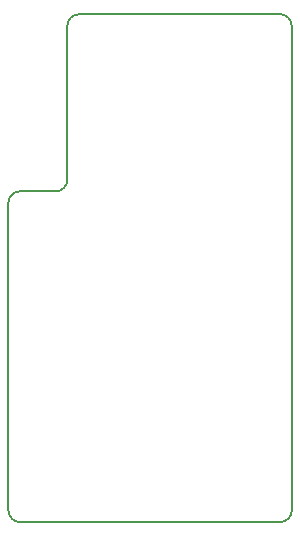
<source format=gbr>
G04 #@! TF.GenerationSoftware,KiCad,Pcbnew,(5.0.0)*
G04 #@! TF.CreationDate,2018-12-13T13:47:45+00:00*
G04 #@! TF.ProjectId,LoraThing,4C6F72615468696E672E6B696361645F,rev?*
G04 #@! TF.SameCoordinates,Original*
G04 #@! TF.FileFunction,Profile,NP*
%FSLAX46Y46*%
G04 Gerber Fmt 4.6, Leading zero omitted, Abs format (unit mm)*
G04 Created by KiCad (PCBNEW (5.0.0)) date 12/13/18 13:47:45*
%MOMM*%
%LPD*%
G01*
G04 APERTURE LIST*
%ADD10C,0.150000*%
%ADD11C,0.200000*%
G04 APERTURE END LIST*
D10*
X115500000Y-42000000D02*
X112500000Y-42000000D01*
X116500000Y-28000000D02*
G75*
G02X117500000Y-27000000I1000000J0D01*
G01*
X116500000Y-41000000D02*
G75*
G02X115500000Y-42000000I-1000000J0D01*
G01*
D11*
X111500000Y-43000000D02*
G75*
G02X112500000Y-42000000I1000000J0D01*
G01*
D10*
X134500000Y-27000000D02*
G75*
G02X135500000Y-28000000I0J-1000000D01*
G01*
D11*
X135500000Y-69000000D02*
G75*
G02X134500000Y-70000000I-1000000J0D01*
G01*
D10*
X112500000Y-70000000D02*
G75*
G02X111500000Y-69000000I0J1000000D01*
G01*
X134500000Y-70000000D02*
X112500000Y-70000000D01*
D11*
X111500000Y-43000000D02*
X111500000Y-69000000D01*
X116500000Y-28000000D02*
X116500000Y-41000000D01*
X134500000Y-27000000D02*
X117500000Y-27000000D01*
X135500000Y-69000000D02*
X135500000Y-28000000D01*
M02*

</source>
